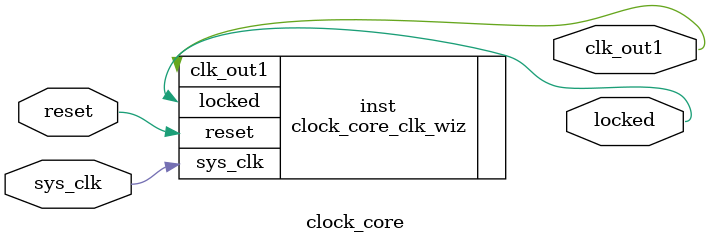
<source format=v>


`timescale 1ps/1ps

(* CORE_GENERATION_INFO = "clock_core,clk_wiz_v6_0_4_0_0,{component_name=clock_core,use_phase_alignment=true,use_min_o_jitter=false,use_max_i_jitter=false,use_dyn_phase_shift=false,use_inclk_switchover=false,use_dyn_reconfig=false,enable_axi=0,feedback_source=FDBK_AUTO,PRIMITIVE=MMCM,num_out_clk=1,clkin1_period=40.000,clkin2_period=10.0,use_power_down=false,use_reset=true,use_locked=true,use_inclk_stopped=false,feedback_type=SINGLE,CLOCK_MGR_TYPE=NA,manual_override=false}" *)

module clock_core 
 (
  // Clock out ports
  output        clk_out1,
  // Status and control signals
  input         reset,
  output        locked,
 // Clock in ports
  input         sys_clk
 );

  clock_core_clk_wiz inst
  (
  // Clock out ports  
  .clk_out1(clk_out1),
  // Status and control signals               
  .reset(reset), 
  .locked(locked),
 // Clock in ports
  .sys_clk(sys_clk)
  );

endmodule

</source>
